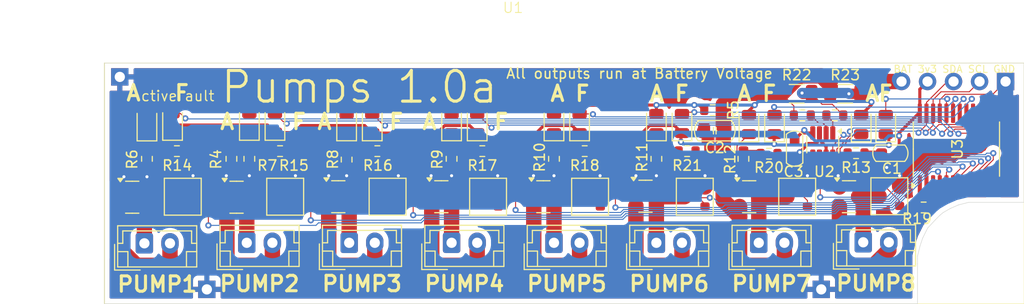
<source format=kicad_pcb>
(kicad_pcb
	(version 20241229)
	(generator "pcbnew")
	(generator_version "9.0")
	(general
		(thickness 1.6)
		(legacy_teardrops no)
	)
	(paper "A4")
	(layers
		(0 "F.Cu" signal)
		(2 "B.Cu" signal)
		(9 "F.Adhes" user "F.Adhesive")
		(11 "B.Adhes" user "B.Adhesive")
		(13 "F.Paste" user)
		(15 "B.Paste" user)
		(5 "F.SilkS" user "F.Silkscreen")
		(7 "B.SilkS" user "B.Silkscreen")
		(1 "F.Mask" user)
		(3 "B.Mask" user)
		(17 "Dwgs.User" user "User.Drawings")
		(19 "Cmts.User" user "User.Comments")
		(21 "Eco1.User" user "User.Eco1")
		(23 "Eco2.User" user "User.Eco2")
		(25 "Edge.Cuts" user)
		(27 "Margin" user)
		(31 "F.CrtYd" user "F.Courtyard")
		(29 "B.CrtYd" user "B.Courtyard")
		(35 "F.Fab" user)
		(33 "B.Fab" user)
		(39 "User.1" user)
		(41 "User.2" user)
		(43 "User.3" user)
		(45 "User.4" user)
	)
	(setup
		(pad_to_mask_clearance 0)
		(allow_soldermask_bridges_in_footprints no)
		(tenting front back)
		(pcbplotparams
			(layerselection 0x00000000_00000000_55555555_5755f5ff)
			(plot_on_all_layers_selection 0x00000000_00000000_00000000_00000000)
			(disableapertmacros no)
			(usegerberextensions no)
			(usegerberattributes yes)
			(usegerberadvancedattributes yes)
			(creategerberjobfile yes)
			(dashed_line_dash_ratio 12.000000)
			(dashed_line_gap_ratio 3.000000)
			(svgprecision 4)
			(plotframeref no)
			(mode 1)
			(useauxorigin no)
			(hpglpennumber 1)
			(hpglpenspeed 20)
			(hpglpendiameter 15.000000)
			(pdf_front_fp_property_popups yes)
			(pdf_back_fp_property_popups yes)
			(pdf_metadata yes)
			(pdf_single_document no)
			(dxfpolygonmode yes)
			(dxfimperialunits yes)
			(dxfusepcbnewfont yes)
			(psnegative no)
			(psa4output no)
			(plot_black_and_white yes)
			(sketchpadsonfab no)
			(plotpadnumbers no)
			(hidednponfab no)
			(sketchdnponfab yes)
			(crossoutdnponfab yes)
			(subtractmaskfromsilk no)
			(outputformat 1)
			(mirror no)
			(drillshape 1)
			(scaleselection 1)
			(outputdirectory "")
		)
	)
	(net 0 "")
	(net 1 "GND")
	(net 2 "Net-(PUMP2-Pin_1)")
	(net 3 "VBAT")
	(net 4 "Net-(PUMP3-Pin_1)")
	(net 5 "Net-(PUMP4-Pin_1)")
	(net 6 "Net-(PUMP1-Pin_1)")
	(net 7 "Net-(PUMP5-Pin_1)")
	(net 8 "Net-(PUMP6-Pin_1)")
	(net 9 "Net-(PUMP7-Pin_1)")
	(net 10 "Net-(PUMP8-Pin_1)")
	(net 11 "5K_VBAT")
	(net 12 "Net-(P_FAULT1-K)")
	(net 13 "Net-(P_FAULT1-A)")
	(net 14 "Net-(P_FAULT2-A)")
	(net 15 "Net-(P_FAULT3-A)")
	(net 16 "Net-(P_FAULT4-A)")
	(net 17 "Net-(P_FAULT5-A)")
	(net 18 "Net-(P_FAULT6-A)")
	(net 19 "Net-(P_FAULT7-A)")
	(net 20 "Net-(P_FAULT8-A)")
	(net 21 "Net-(Q5-G)")
	(net 22 "PUMP1")
	(net 23 "Net-(Q7-G)")
	(net 24 "PUMP3")
	(net 25 "Net-(Q8-G)")
	(net 26 "PUMP4")
	(net 27 "PUMP5")
	(net 28 "PUMP6")
	(net 29 "PUMP7")
	(net 30 "PUMP8")
	(net 31 "PUMP2")
	(net 32 "3_3V")
	(net 33 "SDA")
	(net 34 "SCL")
	(net 35 "Net-(Q1-G)")
	(net 36 "Net-(Q2-G)")
	(net 37 "Net-(Q3-G)")
	(net 38 "Net-(Q4-G)")
	(net 39 "Net-(Q6-G)")
	(net 40 "VCC")
	(net 41 "Net-(U2-IN-)")
	(net 42 "Net-(U2-IN+)")
	(net 43 "unconnected-(U3-~{INT}-Pad1)")
	(footprint "Resistor_SMD:R_0603_1608Metric" (layer "F.Cu") (at 131.75 86 180))
	(footprint "Resistor_SMD:R_1206_3216Metric" (layer "F.Cu") (at 172.7 80.4))
	(footprint "PCM_Package_TO_SOT_SMD_AKL:SOT-23" (layer "F.Cu") (at 132.75 90.45 180))
	(footprint "PCM_Package_TO_SOT_SMD_AKL:SOT-23" (layer "F.Cu") (at 152.525 90.45 180))
	(footprint "PCM_Package_TO_SOT_SMD_AKL:SOT-23" (layer "F.Cu") (at 112.75 90.45 180))
	(footprint "Connector_JST:JST_EH_B2B-EH-A_1x02_P2.50mm_Vertical" (layer "F.Cu") (at 179.2 94.9))
	(footprint "Connector_JST:JST_EH_B2B-EH-A_1x02_P2.50mm_Vertical" (layer "F.Cu") (at 169 94.95))
	(footprint "PCM_Package_TO_SOT_SMD_AKL:SOT-23" (layer "F.Cu") (at 162.75 90.45 180))
	(footprint "Resistor_SMD:R_0603_1608Metric" (layer "F.Cu") (at 185.1 91.5 180))
	(footprint "Resistor_SMD:R_0603_1608Metric" (layer "F.Cu") (at 149 86.75 -90))
	(footprint "LED_SMD:LED_0805_2012Metric" (layer "F.Cu") (at 151.5 83.3 90))
	(footprint "Resistor_SMD:R_0603_1608Metric" (layer "F.Cu") (at 159 86.75 -90))
	(footprint "LED_SMD:LED_0805_2012Metric" (layer "F.Cu") (at 159 83.3 90))
	(footprint "Resistor_SMD:R_0603_1608Metric" (layer "F.Cu") (at 162 86 180))
	(footprint "LED_SMD:LED_0805_2012Metric" (layer "F.Cu") (at 119.25 83.25 90))
	(footprint "Resistor_SMD:R_0603_1608Metric" (layer "F.Cu") (at 112.175 86 180))
	(footprint "Resistor_SMD:R_0603_1608Metric" (layer "F.Cu") (at 119.25 86.75 -90))
	(footprint "LED_SMD:LED_0805_2012Metric" (layer "F.Cu") (at 141.5 83.3 90))
	(footprint "Resistor_SMD:R_0603_1608Metric" (layer "F.Cu") (at 167.5 86.75 -90))
	(footprint "PCM_Package_TO_SOT_SMD_AKL:SOT-23" (layer "F.Cu") (at 142.5625 90.45 180))
	(footprint "LED_SMD:LED_0805_2012Metric" (layer "F.Cu") (at 149 83.3 90))
	(footprint "PCM_Capacitor_SMD_Handsoldering_AKL:C_0603_1608Metric_Pad1.08x0.95mm" (layer "F.Cu") (at 172.5 85.75 90))
	(footprint "Package_TO_SOT_SMD:SOT-23-8" (layer "F.Cu") (at 175.25 85.3625 -90))
	(footprint "LED_SMD:LED_0805_2012Metric" (layer "F.Cu") (at 179 83.4 90))
	(footprint "LED_SMD:LED_0805_2012Metric" (layer "F.Cu") (at 109.25 83.3125 90))
	(footprint "Modules:PumpModule" (layer "F.Cu") (at 145.1 72.5))
	(footprint "Package_SO:SSOP-24_5.3x8.2mm_P0.65mm" (layer "F.Cu") (at 188.3 85.8 90))
	(footprint "Connector_JST:JST_EH_B2B-EH-A_1x02_P2.50mm_Vertical" (layer "F.Cu") (at 149 94.95))
	(footprint "LED_SMD:LED_0805_2012Metric" (layer "F.Cu") (at 128.75 83.3 90))
	(footprint "Resistor_SMD:R_0603_1608Metric" (layer "F.Cu") (at 170 86.25 180))
	(footprint "LED_SMD:LED_0805_2012Metric" (layer "F.Cu") (at 170.5375 83.4 90))
	(footprint "Connector_JST:JST_EH_B2B-EH-A_1x02_P2.50mm_Vertical" (layer "F.Cu") (at 159 94.95))
	(footprint "PCM_Capacitor_SMD_Handsoldering_AKL:C_0805_2012Metric_Pad1.18x1.45mm" (layer "F.Cu") (at 164.7 84 180))
	(footprint "Resistor_SMD:R_0603_1608Metric" (layer "F.Cu") (at 176.425 82.5 180))
	(footprint "Resistor_SMD:R_0603_1608Metric" (layer "F.Cu") (at 173.25 82.5 180))
	(footprint "LED_SMD:LED_0805_2012Metric" (layer "F.Cu") (at 168.0375 83.4 90))
	(footprint "PCM_Package_TO_SOT_SMD_AKL:SOT-23"
		(layer "F.Cu")
		(uuid "8beb86dd-0cc4-4737-854b-a2c298806953")
		(at 122.75 90.45 180)
		(descr "SOT-23, Standard, Alternate KiCad Library")
		(tags "SOT-23")
		(property "Reference" "Q2"
			(at 0 2.55 0)
			(layer "F.SilkS")
			(hide yes)
			(uuid "2e0a9fae-5829-458e-9960-4ffe293139ff")
			(effects
				(font
					(size 1 1)
					(thickness 0.15)
				)
			)
		)
		(property "Value" "N-channel 30V 5A"
			(at 0 2.5 0)
			(layer "F.Fab")
			(hide yes)
			(uuid "a8000497-1444-45e3-94f7-300e185fd34a")
			(effects
				(font
					(size 1 1)
					(thickness 0.15)
				)
			)
		)
		(property "Datasheet" ""
			(at 0 0 0)
			(layer "F.Fab")
			(hide yes)
			(uuid "8a552828-9f75-4a52-9aec-053b7071fbb0")
			(effects
				(font
					(size 1.27 1.27)
					(thickness 0.15)
				)
			)
		)
		(property "Description" ""
			(at 0 0 0)
			(layer "F.Fab")
			(hide yes)
			(uuid "18f8f005-82c2-4c28-b666-0eda7ea7cf36")
			(effects
				(font
					(size 1.27 1.27)
					(thickness 0.15)
				)
			)
		)
		(property "LCSC_PART_NUMBER" "C20917"
			(at 0 0 180)
			(unlocked yes)
			(layer "F.Fab")
			(hide yes)
			(uuid "04d5572b-453d-46db-8e26-b433cf73f57e")
			(effects
				(font
					(size 1 1)
					(thickness 0.15)
				)
			)
		)
		(path "/cce9e28a-5234-4d63-8ae9-67c82f1f2c45")
		(sheetname "/")
		(sheetfile "PumpOutput.kicad_sch")
		(attr smd)
		(fp_line
			(start 1.8 1.8)
			(end 1.8 -1.8)
			(stroke
				(width 0.12)
				(type solid)
			)
			(layer "F.SilkS")
			(uuid "cc59e1c1-53de-4091-9bc7-8ff22d110a96")
		)
		(fp_line
			(start 1.8 -1.8)
			(end -1.8 -1.8)
			(stroke
				(width 0.12)
				(type solid)
			)
			(layer "F.SilkS")
			(uuid "abfd3cf1-c82e-49f6-a345-aef76c3b084d")
		)
		(fp_line
			(start -1.8 1.8)
			(end 1.8 1.8)
			(stroke
				(width 0.12)
				(type solid)
			)
			(layer "F.SilkS")
			(uuid "30fb2972-0f30-41c8-be7c-bf7313a95363")
		)
		(fp_line
			(start -1.8 -1.8)
			(end -1.8 1.8)
			(stroke
				(width 0.12)
				(type solid)
			)
			(layer "F.SilkS")
			(uuid "7185d6ca-7cf5-4060-9fe3-ec071028d4ae")
		)
		(fp_line
			(start 1.7 1.75)
			(end -1.7 1.75)
			(stroke
				(width 0.05)
				(type solid)
			)
			(layer "F.CrtYd")
			(uuid "74f4c669-1032-47af-a49b-4246ceadac98")
		)
		(fp_line
			(start 1.7 -1.75)
			(end 1.7 1.75)
			(stroke
				(width 0.05)
				(type solid)
			)
			(layer "F.CrtYd")
			(uuid "1a333f74-c77e-4341-a3f2-cfbf1debe1d5")
		)
		(fp_line
			(start -1.7 1.75)
			(end -1.7 -1.75)
			(stroke
				(width 0.05)
				(type solid)
			)
			(layer "F.CrtYd")
			(uuid "050880fb-9ec5-4628-bd91-1ae65e8200d3")
		)
		(fp_line
			(start -1.7 -1.75)
			(end 1.7 -1.75)
			(stroke
				(width 0.05)
				(type solid)
			)
			(layer "F.CrtYd")
			(uuid "6bf78329-48b9-41af-bfb4-9dcb72bd185b")
		)
		(fp_line
			(start 1.3 0.25)
			(end 1.3 -0.25)
			(stroke
				(width 0.1)
				(type solid)
			)
			(layer "F.Fab")
			(uuid "043789ad-e8e8-403f-9ef4-14d8544f1057")
		)
		(fp_line
			(start 1.3 -0.25)
			(end 0.7 -0.25)
			(stroke
				(width 0.1)
				(type solid)
			)
			(layer "F.Fab")
			(uuid "4cf4945a-f26a-4d87-8464-a66896ecfd6e")
		)
		(fp_line
			(start 0.7 0.25)
			(end 1.3 0.25)
			(stroke
				(width 0.1)
				(type solid)
			)
			(layer "F.Fab")
			(uuid "edf9f3fe-ceb2-4f4c-b6e4-905abc80d6f0")
		)
		(fp_line
			(start 0.7 -1.52)
			(end 0.7 1.52)
			(stroke
				(width 0.1)
				(type solid)
			)
			(layer "F.Fab")
			(uuid "1c4aa550-fd1e-4c46-9b92-49362c92090f")
		)
		(fp_line
			(start -0.7 1.52)
			(end 0.7 1.52)
			(stroke
				(width 0.1)
				(type solid)
			)
			(layer "F.Fab")
			(uuid "55b4fca9-dc1b-4bf1-896c-f07464166e88")
		)
		(fp_line
			(start -0.7 0.7)
			(end -1.3 0.7)
			(stroke
				(width 0.1)
				(type solid)
			)
			(layer "F.Fab")
			(uuid "04405ae4-1e6d-4ddd-b80c-bcddb57ad263")
		)
		(fp_line
			(start -0.7 -1.2)
			(end -1.3 -1.2)
			(stroke
				(width 0.1)
				(type solid)
			)
			(layer "F.Fab")
			(uuid "a2c42c34-f263-4774-b82d-c5d8b011ba42")
		)
		(fp_line
			(start -0.7 -1.52)
			(end 0.7 -1.52)
			(stroke
				(width 0.1)
				(type solid)
			)
			(layer "F.Fab")
			(uuid "cfa93faf-4903-4ff3-b43a-382db554f873")
		)
		(fp_line
			(start -0.7 -1.52)
			(end -0.7 1.5)
			(stroke
				(width 0.1)
				(type solid)
			)
			(layer "F.Fab")
			(uuid "d339bea0-b983-4a68-a2d0-5d1b8b7798dc")
		)
		(fp_line
			(start -1.3 1.2)
			(end -0.7 1.2)
			(stroke
				(width 0.1)
				(type solid)
			)
			(layer "F.Fab")
			(uuid "0a496ad9-14a9-4e7a-b09f-cef162dfc2ae")
		)
		(fp_line
			(start -1.3 0.7)
			(end -1.3 1.2)
			(stroke
				(width 0.1)
				(type solid)
			)
			(layer "F.Fab")
			(uuid "8f469f05-0957-4440-884a-524a49c4127f")
		)
		(fp_line
			(start -1.3 -0.7)
			(end -0.7 -0.7)
			(stroke
				(width 0.1)
				(type solid)
			)
			(layer "F.Fab")
			(uuid "f4070fe8-a78c-4c89-a91a-900aa8ad5c54")
		)
		(fp_line
			(start -1.3 -1.2)
			(end -1.3 -0.7)
			(stroke
				(width 0.1)
				(type solid)
			)
			(layer "F.Fab")
			(uuid "6c7876a1-abcd-4f33-aa04-e3fc6350327a")
		)
		(fp_text user "${REFERENCE}"
			(at 0 0 90)
			(layer "F.Fab")
			(uuid "432fa1bf-7f8d-43fe-a6db-0bd5288ea52e")
			(effects
				(font
					(size 0.5 0.5)
					(thickness 0.075)
				)
			)
		)
		(pad "1" smd roundrect
			(at -1 -0.95 180)
			(size 0.9 0.8)
			(layers "F.Cu" "F.Mask" "F.Paste")
			(roundrect_rratio 0.25)
			(net 36 "Net-(Q2-G)")
			(pinfunction "G")
			(pintype "input")
			(uuid "1226949d-d9d2-4478-baa7-c1480ff4eb90")
		)
		(pad "2" smd roundrect
			(at -1 0.95 180)
			(size 0.9 0.8)
			(layers "F.Cu" "F.Mask" "F.Paste")
			(roundrect_rratio 0.25)
			(net 1 "GND")
			(pinfunction "S")
			(pintype "passive")
			(uuid "068a27b7-8ad4-4ac5-9735-b593ff18a7de")
		)
		(pad "3" smd roundrect
			(at 1 0 180)
			(size 0.9 0.8)
			(layers "F.Cu" "F.Mask" "F.Paste")
			(roundrect_rratio 0.25)
			(net 2 "Net-(PUMP2-Pin_1)")
			(pinfunction "D")
			(pintype "passive")
			(uuid "f9de94e5-54bd-4429-af1b-e4e539f186eb")
		)
		(embedded_fonts no)
		(model "${KICAD6_3DMODEL_DIR}/Package_TO_SOT_SMD.3dshapes/SOT-23.wrl"
			(offset
				(xy
... [388671 chars truncated]
</source>
